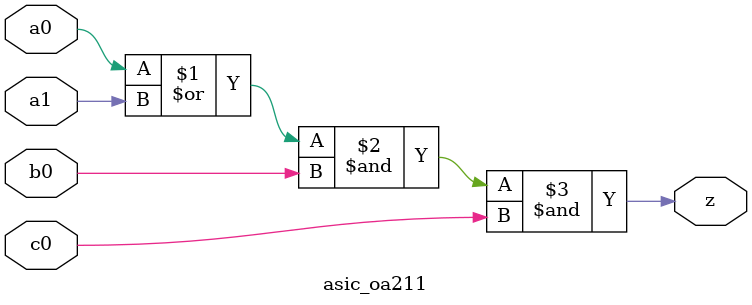
<source format=v>


module asic_oa211 #(parameter PROP = "DEFAULT")   (
    input  a0,
    input  a1,
    input  b0,
    input  c0,
    output z
    );

   assign z = (a0 | a1) & b0 & c0;

endmodule

</source>
